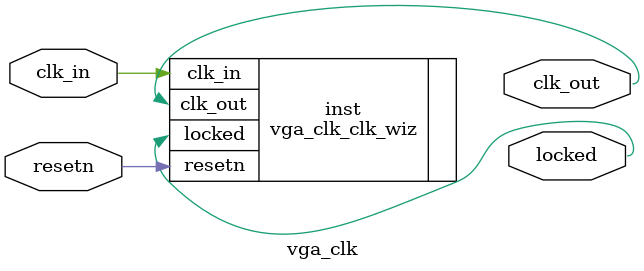
<source format=v>


`timescale 1ps/1ps

(* CORE_GENERATION_INFO = "vga_clk,clk_wiz_v6_0_15_0_0,{component_name=vga_clk,use_phase_alignment=true,use_min_o_jitter=false,use_max_i_jitter=false,use_dyn_phase_shift=false,use_inclk_switchover=false,use_dyn_reconfig=false,enable_axi=0,feedback_source=FDBK_AUTO,PRIMITIVE=MMCM,num_out_clk=1,clkin1_period=10.000,clkin2_period=10.000,use_power_down=false,use_reset=true,use_locked=true,use_inclk_stopped=false,feedback_type=SINGLE,CLOCK_MGR_TYPE=NA,manual_override=false}" *)

module vga_clk 
 (
  // Clock out ports
  output        clk_out,
  // Status and control signals
  input         resetn,
  output        locked,
 // Clock in ports
  input         clk_in
 );

  vga_clk_clk_wiz inst
  (
  // Clock out ports  
  .clk_out(clk_out),
  // Status and control signals               
  .resetn(resetn), 
  .locked(locked),
 // Clock in ports
  .clk_in(clk_in)
  );

endmodule

</source>
